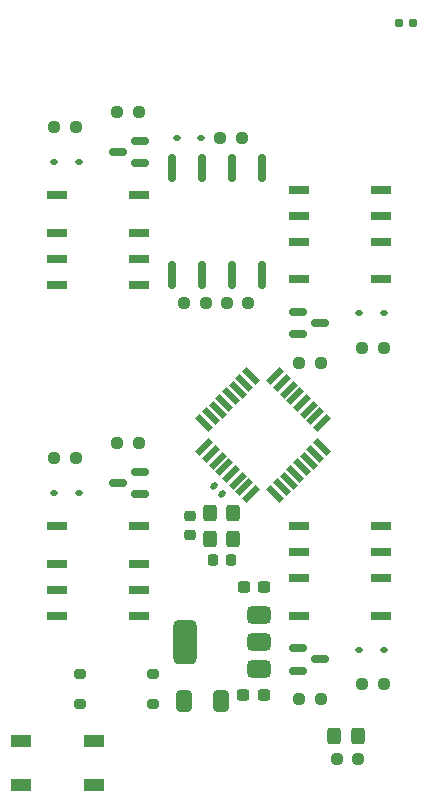
<source format=gbr>
%TF.GenerationSoftware,KiCad,Pcbnew,8.0.2*%
%TF.CreationDate,2024-10-12T15:49:16+02:00*%
%TF.ProjectId,OS-RelayDecoder-4,4f532d52-656c-4617-9944-65636f646572,rev?*%
%TF.SameCoordinates,Original*%
%TF.FileFunction,Paste,Top*%
%TF.FilePolarity,Positive*%
%FSLAX46Y46*%
G04 Gerber Fmt 4.6, Leading zero omitted, Abs format (unit mm)*
G04 Created by KiCad (PCBNEW 8.0.2) date 2024-10-12 15:49:16*
%MOMM*%
%LPD*%
G01*
G04 APERTURE LIST*
G04 Aperture macros list*
%AMRoundRect*
0 Rectangle with rounded corners*
0 $1 Rounding radius*
0 $2 $3 $4 $5 $6 $7 $8 $9 X,Y pos of 4 corners*
0 Add a 4 corners polygon primitive as box body*
4,1,4,$2,$3,$4,$5,$6,$7,$8,$9,$2,$3,0*
0 Add four circle primitives for the rounded corners*
1,1,$1+$1,$2,$3*
1,1,$1+$1,$4,$5*
1,1,$1+$1,$6,$7*
1,1,$1+$1,$8,$9*
0 Add four rect primitives between the rounded corners*
20,1,$1+$1,$2,$3,$4,$5,0*
20,1,$1+$1,$4,$5,$6,$7,0*
20,1,$1+$1,$6,$7,$8,$9,0*
20,1,$1+$1,$8,$9,$2,$3,0*%
%AMRotRect*
0 Rectangle, with rotation*
0 The origin of the aperture is its center*
0 $1 length*
0 $2 width*
0 $3 Rotation angle, in degrees counterclockwise*
0 Add horizontal line*
21,1,$1,$2,0,0,$3*%
G04 Aperture macros list end*
%ADD10RoundRect,0.237500X0.250000X0.237500X-0.250000X0.237500X-0.250000X-0.237500X0.250000X-0.237500X0*%
%ADD11RoundRect,0.150000X0.587500X0.150000X-0.587500X0.150000X-0.587500X-0.150000X0.587500X-0.150000X0*%
%ADD12RoundRect,0.300000X-0.300000X0.400000X-0.300000X-0.400000X0.300000X-0.400000X0.300000X0.400000X0*%
%ADD13RoundRect,0.150000X-0.587500X-0.150000X0.587500X-0.150000X0.587500X0.150000X-0.587500X0.150000X0*%
%ADD14RoundRect,0.160000X-0.197500X-0.160000X0.197500X-0.160000X0.197500X0.160000X-0.197500X0.160000X0*%
%ADD15RoundRect,0.250000X-0.412500X-0.650000X0.412500X-0.650000X0.412500X0.650000X-0.412500X0.650000X0*%
%ADD16R,1.800000X1.100000*%
%ADD17RoundRect,0.237500X-0.250000X-0.237500X0.250000X-0.237500X0.250000X0.237500X-0.250000X0.237500X0*%
%ADD18RoundRect,0.112500X-0.187500X-0.112500X0.187500X-0.112500X0.187500X0.112500X-0.187500X0.112500X0*%
%ADD19RoundRect,0.200000X0.300000X0.200000X-0.300000X0.200000X-0.300000X-0.200000X0.300000X-0.200000X0*%
%ADD20R,1.800000X0.800000*%
%ADD21RoundRect,0.112500X0.187500X0.112500X-0.187500X0.112500X-0.187500X-0.112500X0.187500X-0.112500X0*%
%ADD22RoundRect,0.225000X0.250000X-0.225000X0.250000X0.225000X-0.250000X0.225000X-0.250000X-0.225000X0*%
%ADD23RotRect,1.600000X0.550000X45.000000*%
%ADD24RotRect,1.600000X0.550000X135.000000*%
%ADD25RoundRect,0.225000X-0.225000X-0.250000X0.225000X-0.250000X0.225000X0.250000X-0.225000X0.250000X0*%
%ADD26RoundRect,0.237500X0.300000X0.237500X-0.300000X0.237500X-0.300000X-0.237500X0.300000X-0.237500X0*%
%ADD27RoundRect,0.375000X0.625000X0.375000X-0.625000X0.375000X-0.625000X-0.375000X0.625000X-0.375000X0*%
%ADD28RoundRect,0.500000X0.500000X1.400000X-0.500000X1.400000X-0.500000X-1.400000X0.500000X-1.400000X0*%
%ADD29RoundRect,0.140000X0.219203X0.021213X0.021213X0.219203X-0.219203X-0.021213X-0.021213X-0.219203X0*%
%ADD30RoundRect,0.250000X-0.325000X-0.450000X0.325000X-0.450000X0.325000X0.450000X-0.325000X0.450000X0*%
%ADD31RoundRect,0.162500X-0.162500X1.012500X-0.162500X-1.012500X0.162500X-1.012500X0.162500X1.012500X0*%
G04 APERTURE END LIST*
D10*
%TO.C,R3*%
X57216000Y-94301000D03*
X55391000Y-94301000D03*
%TD*%
D11*
%TO.C,Q201*%
X48069000Y-82477000D03*
X48069000Y-80577000D03*
X46194000Y-81527000D03*
%TD*%
D10*
%TO.C,R301*%
X68693500Y-126571000D03*
X66868500Y-126571000D03*
%TD*%
D12*
%TO.C,Y201*%
X54019000Y-112073000D03*
X54019000Y-114273000D03*
X55919000Y-114273000D03*
X55919000Y-112073000D03*
%TD*%
D13*
%TO.C,Q301*%
X61431000Y-123523000D03*
X61431000Y-125423000D03*
X63306000Y-124473000D03*
%TD*%
D14*
%TO.C,R202*%
X70014500Y-70612000D03*
X71209500Y-70612000D03*
%TD*%
D10*
%TO.C,R302*%
X63359500Y-127841000D03*
X61534500Y-127841000D03*
%TD*%
%TO.C,R5*%
X56684500Y-80331000D03*
X54859500Y-80331000D03*
%TD*%
%TO.C,R401*%
X68693500Y-98071000D03*
X66868500Y-98071000D03*
%TD*%
D15*
%TO.C,C303*%
X51777500Y-128016000D03*
X54902500Y-128016000D03*
%TD*%
D16*
%TO.C,SW601*%
X44173000Y-135128000D03*
X37973000Y-135128000D03*
X44173000Y-131428000D03*
X37973000Y-131428000D03*
%TD*%
D17*
%TO.C,R203*%
X40806500Y-79429000D03*
X42631500Y-79429000D03*
%TD*%
%TO.C,R501*%
X40806500Y-107429000D03*
X42631500Y-107429000D03*
%TD*%
D18*
%TO.C,D202*%
X40796000Y-82350000D03*
X42896000Y-82350000D03*
%TD*%
D13*
%TO.C,Q401*%
X61431000Y-95023000D03*
X61431000Y-96923000D03*
X63306000Y-95973000D03*
%TD*%
D19*
%TO.C,D301*%
X49150000Y-128270000D03*
X49150000Y-125730000D03*
X43000000Y-125730000D03*
X43000000Y-128270000D03*
%TD*%
D20*
%TO.C,K201*%
X41000000Y-85200000D03*
X41000000Y-88400000D03*
X41000000Y-90600000D03*
X41000000Y-92800000D03*
X48000000Y-92800000D03*
X48000000Y-90600000D03*
X48000000Y-88400000D03*
X48000000Y-85200000D03*
%TD*%
D21*
%TO.C,D401*%
X68704000Y-95150000D03*
X66604000Y-95150000D03*
%TD*%
D22*
%TO.C,C201*%
X52268000Y-113905000D03*
X52268000Y-112355000D03*
%TD*%
D23*
%TO.C,U202*%
X53514897Y-106525305D03*
X54080583Y-107090990D03*
X54646268Y-107656676D03*
X55211953Y-108222361D03*
X55777639Y-108788047D03*
X56343324Y-109353732D03*
X56909010Y-109919417D03*
X57474695Y-110485103D03*
D24*
X59525305Y-110485103D03*
X60090990Y-109919417D03*
X60656676Y-109353732D03*
X61222361Y-108788047D03*
X61788047Y-108222361D03*
X62353732Y-107656676D03*
X62919417Y-107090990D03*
X63485103Y-106525305D03*
D23*
X63485103Y-104474695D03*
X62919417Y-103909010D03*
X62353732Y-103343324D03*
X61788047Y-102777639D03*
X61222361Y-102211953D03*
X60656676Y-101646268D03*
X60090990Y-101080583D03*
X59525305Y-100514897D03*
D24*
X57474695Y-100514897D03*
X56909010Y-101080583D03*
X56343324Y-101646268D03*
X55777639Y-102211953D03*
X55211953Y-102777639D03*
X54646268Y-103343324D03*
X54080583Y-103909010D03*
X53514897Y-104474695D03*
%TD*%
D25*
%TO.C,C203*%
X54255000Y-116051000D03*
X55805000Y-116051000D03*
%TD*%
D17*
%TO.C,R201*%
X64730000Y-132928000D03*
X66555000Y-132928000D03*
%TD*%
D20*
%TO.C,K501*%
X41000000Y-113200000D03*
X41000000Y-116400000D03*
X41000000Y-118600000D03*
X41000000Y-120800000D03*
X48000000Y-120800000D03*
X48000000Y-118600000D03*
X48000000Y-116400000D03*
X48000000Y-113200000D03*
%TD*%
D26*
%TO.C,C301*%
X58557500Y-118351000D03*
X56832500Y-118351000D03*
%TD*%
D27*
%TO.C,U301*%
X58150000Y-125300000D03*
X58150000Y-123000000D03*
D28*
X51850000Y-123000000D03*
D27*
X58150000Y-120700000D03*
%TD*%
D20*
%TO.C,K401*%
X68500000Y-92300000D03*
X68500000Y-89100000D03*
X68500000Y-86900000D03*
X68500000Y-84700000D03*
X61500000Y-84700000D03*
X61500000Y-86900000D03*
X61500000Y-89100000D03*
X61500000Y-92300000D03*
%TD*%
D10*
%TO.C,R4*%
X53636500Y-94301000D03*
X51811500Y-94301000D03*
%TD*%
D21*
%TO.C,D302*%
X68704000Y-123650000D03*
X66604000Y-123650000D03*
%TD*%
D29*
%TO.C,C202*%
X55030000Y-110463000D03*
X54351178Y-109784178D03*
%TD*%
D30*
%TO.C,D201*%
X64507000Y-130937000D03*
X66557000Y-130937000D03*
%TD*%
D26*
%TO.C,C302*%
X58531000Y-127495000D03*
X56806000Y-127495000D03*
%TD*%
D21*
%TO.C,D1*%
X53266000Y-80331000D03*
X51166000Y-80331000D03*
%TD*%
D10*
%TO.C,R402*%
X63359500Y-99341000D03*
X61534500Y-99341000D03*
%TD*%
D20*
%TO.C,K301*%
X68500000Y-120800000D03*
X68500000Y-117600000D03*
X68500000Y-115400000D03*
X68500000Y-113200000D03*
X61500000Y-113200000D03*
X61500000Y-115400000D03*
X61500000Y-117600000D03*
X61500000Y-120800000D03*
%TD*%
D17*
%TO.C,R204*%
X46140500Y-78159000D03*
X47965500Y-78159000D03*
%TD*%
D11*
%TO.C,Q501*%
X48069000Y-110477000D03*
X48069000Y-108577000D03*
X46194000Y-109527000D03*
%TD*%
D17*
%TO.C,R502*%
X46140500Y-106159000D03*
X47965500Y-106159000D03*
%TD*%
D18*
%TO.C,D501*%
X40796000Y-110350000D03*
X42896000Y-110350000D03*
%TD*%
D31*
%TO.C,U3*%
X58420000Y-82851000D03*
X55880000Y-82851000D03*
X53340000Y-82851000D03*
X50800000Y-82851000D03*
X50800000Y-91901000D03*
X53340000Y-91901000D03*
X55880000Y-91901000D03*
X58420000Y-91901000D03*
%TD*%
M02*

</source>
